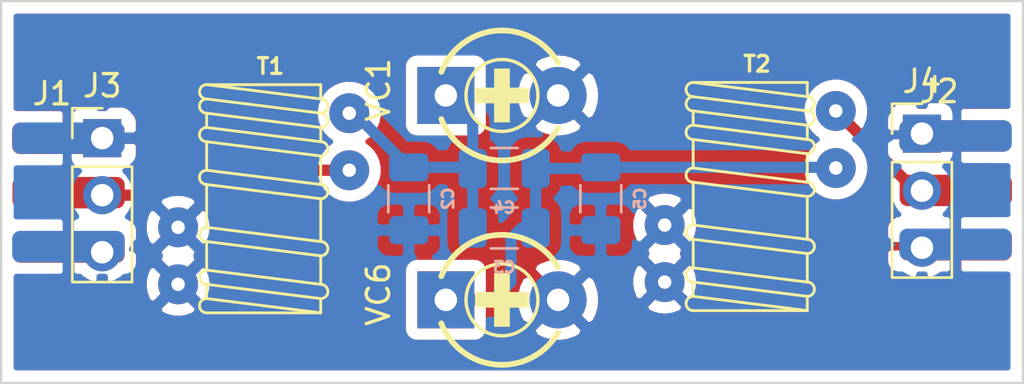
<source format=kicad_pcb>
(kicad_pcb (version 20171130) (host pcbnew 5.1.5+dfsg1-2build2)

  (general
    (thickness 1.6)
    (drawings 4)
    (tracks 23)
    (zones 0)
    (modules 12)
    (nets 6)
  )

  (page A4)
  (layers
    (0 F.Cu signal)
    (31 B.Cu signal)
    (32 B.Adhes user)
    (33 F.Adhes user)
    (34 B.Paste user)
    (35 F.Paste user)
    (36 B.SilkS user)
    (37 F.SilkS user)
    (38 B.Mask user)
    (39 F.Mask user)
    (40 Dwgs.User user)
    (41 Cmts.User user)
    (42 Eco1.User user)
    (43 Eco2.User user)
    (44 Edge.Cuts user)
    (45 Margin user)
    (46 B.CrtYd user)
    (47 F.CrtYd user)
    (48 B.Fab user)
    (49 F.Fab user)
  )

  (setup
    (last_trace_width 0.25)
    (user_trace_width 0.5)
    (user_trace_width 0.75)
    (trace_clearance 0.2)
    (zone_clearance 0.508)
    (zone_45_only no)
    (trace_min 0.2)
    (via_size 0.8)
    (via_drill 0.4)
    (via_min_size 0.4)
    (via_min_drill 0.3)
    (uvia_size 0.3)
    (uvia_drill 0.1)
    (uvias_allowed no)
    (uvia_min_size 0.2)
    (uvia_min_drill 0.1)
    (edge_width 0.05)
    (segment_width 0.2)
    (pcb_text_width 0.3)
    (pcb_text_size 1.5 1.5)
    (mod_edge_width 0.12)
    (mod_text_size 1 1)
    (mod_text_width 0.15)
    (pad_size 1.524 1.524)
    (pad_drill 0.762)
    (pad_to_mask_clearance 0.051)
    (solder_mask_min_width 0.25)
    (aux_axis_origin 0 0)
    (visible_elements FFFFFF7F)
    (pcbplotparams
      (layerselection 0x010fc_ffffffff)
      (usegerberextensions true)
      (usegerberattributes false)
      (usegerberadvancedattributes false)
      (creategerberjobfile false)
      (excludeedgelayer true)
      (linewidth 0.100000)
      (plotframeref false)
      (viasonmask false)
      (mode 1)
      (useauxorigin false)
      (hpglpennumber 1)
      (hpglpenspeed 20)
      (hpglpendiameter 15.000000)
      (psnegative false)
      (psa4output false)
      (plotreference true)
      (plotvalue false)
      (plotinvisibletext false)
      (padsonsilk false)
      (subtractmaskfromsilk true)
      (outputformat 1)
      (mirror false)
      (drillshape 0)
      (scaleselection 1)
      (outputdirectory "gerber/"))
  )

  (net 0 "")
  (net 1 "Net-(C2-Pad2)")
  (net 2 GND)
  (net 3 "Net-(C3-Pad2)")
  (net 4 Input)
  (net 5 Output)

  (net_class Default "This is the default net class."
    (clearance 0.2)
    (trace_width 0.25)
    (via_dia 0.8)
    (via_drill 0.4)
    (uvia_dia 0.3)
    (uvia_drill 0.1)
    (add_net GND)
    (add_net Input)
    (add_net "Net-(C2-Pad2)")
    (add_net "Net-(C3-Pad2)")
    (add_net Output)
  )

  (module Connector_PinHeader_2.54mm:PinHeader_1x03_P2.54mm_Vertical (layer F.Cu) (tedit 59FED5CC) (tstamp 639116E5)
    (at 145.5 94.9)
    (descr "Through hole straight pin header, 1x03, 2.54mm pitch, single row")
    (tags "Through hole pin header THT 1x03 2.54mm single row")
    (path /639440FF)
    (fp_text reference J4 (at 0 -2.33) (layer F.SilkS)
      (effects (font (size 1 1) (thickness 0.15)))
    )
    (fp_text value Conn_01x03_Female (at 0 7.41) (layer F.Fab) hide
      (effects (font (size 1 1) (thickness 0.15)))
    )
    (fp_text user %R (at 0 2.54 90) (layer F.Fab)
      (effects (font (size 1 1) (thickness 0.15)))
    )
    (fp_line (start 1.8 -1.8) (end -1.8 -1.8) (layer F.CrtYd) (width 0.05))
    (fp_line (start 1.8 6.85) (end 1.8 -1.8) (layer F.CrtYd) (width 0.05))
    (fp_line (start -1.8 6.85) (end 1.8 6.85) (layer F.CrtYd) (width 0.05))
    (fp_line (start -1.8 -1.8) (end -1.8 6.85) (layer F.CrtYd) (width 0.05))
    (fp_line (start -1.33 -1.33) (end 0 -1.33) (layer F.SilkS) (width 0.12))
    (fp_line (start -1.33 0) (end -1.33 -1.33) (layer F.SilkS) (width 0.12))
    (fp_line (start -1.33 1.27) (end 1.33 1.27) (layer F.SilkS) (width 0.12))
    (fp_line (start 1.33 1.27) (end 1.33 6.41) (layer F.SilkS) (width 0.12))
    (fp_line (start -1.33 1.27) (end -1.33 6.41) (layer F.SilkS) (width 0.12))
    (fp_line (start -1.33 6.41) (end 1.33 6.41) (layer F.SilkS) (width 0.12))
    (fp_line (start -1.27 -0.635) (end -0.635 -1.27) (layer F.Fab) (width 0.1))
    (fp_line (start -1.27 6.35) (end -1.27 -0.635) (layer F.Fab) (width 0.1))
    (fp_line (start 1.27 6.35) (end -1.27 6.35) (layer F.Fab) (width 0.1))
    (fp_line (start 1.27 -1.27) (end 1.27 6.35) (layer F.Fab) (width 0.1))
    (fp_line (start -0.635 -1.27) (end 1.27 -1.27) (layer F.Fab) (width 0.1))
    (pad 3 thru_hole oval (at 0 5.08) (size 1.7 1.7) (drill 1) (layers *.Cu *.Mask)
      (net 2 GND))
    (pad 2 thru_hole oval (at 0 2.54) (size 1.7 1.7) (drill 1) (layers *.Cu *.Mask)
      (net 5 Output))
    (pad 1 thru_hole rect (at 0 0) (size 1.7 1.7) (drill 1) (layers *.Cu *.Mask)
      (net 2 GND))
    (model ${KISYS3DMOD}/Connector_PinHeader_2.54mm.3dshapes/PinHeader_1x03_P2.54mm_Vertical.wrl
      (at (xyz 0 0 0))
      (scale (xyz 1 1 1))
      (rotate (xyz 0 0 0))
    )
  )

  (module Xenir:PCB-SMA-EDGE (layer F.Cu) (tedit 6390BCD2) (tstamp 63912825)
    (at 147.01524 92.2695)
    (path /6393CE58)
    (fp_text reference J2 (at -0.75 0.75) (layer F.SilkS)
      (effects (font (size 1 1) (thickness 0.15)))
    )
    (fp_text value PCB_SMA_EDGE (at -4.65836 5.10032 90) (layer F.Fab) hide
      (effects (font (size 1 1) (thickness 0.15)))
    )
    (fp_text user %R (at -0.75 -0.5) (layer F.Fab)
      (effects (font (size 0.98 0.98) (thickness 0.15)))
    )
    (fp_line (start -3 1.5) (end -3 8.75) (layer F.CrtYd) (width 0.05))
    (fp_line (start 2.77114 8.75) (end -3 8.75) (layer F.CrtYd) (width 0.05))
    (fp_line (start 2.7686 1.5) (end -3 1.5) (layer F.CrtYd) (width 0.05))
    (fp_line (start 2.7686 1.5) (end 2.77114 8.75) (layer F.CrtYd) (width 0.05))
    (pad 2 smd roundrect (at -0.02286 7.55904) (size 5 1.4) (layers B.Cu F.Paste F.Mask) (roundrect_rratio 0.25)
      (net 2 GND))
    (pad 2 smd roundrect (at -0.01524 2.7305) (size 5 1.4) (layers B.Cu F.Paste F.Mask) (roundrect_rratio 0.25)
      (net 2 GND))
    (pad 2 smd roundrect (at -0.01016 7.57936) (size 5 1.4) (layers F.Cu F.Paste F.Mask) (roundrect_rratio 0.25)
      (net 2 GND))
    (pad 2 smd roundrect (at -0.02794 2.73812) (size 5 1.4) (layers F.Cu F.Paste F.Mask) (roundrect_rratio 0.25)
      (net 2 GND))
    (pad 1 smd roundrect (at -0.01016 5.15874) (size 5 1.4) (layers F.Cu F.Paste F.Mask) (roundrect_rratio 0.25)
      (net 5 Output))
  )

  (module Xenir:PCB-SMA-EDGE (layer F.Cu) (tedit 6390BCD2) (tstamp 63912817)
    (at 107.51524 92.3695)
    (path /6393BB21)
    (fp_text reference J1 (at -0.75 0.75) (layer F.SilkS)
      (effects (font (size 1 1) (thickness 0.15)))
    )
    (fp_text value PCB_SMA_EDGE (at -4.65836 5.10032 90) (layer F.Fab) hide
      (effects (font (size 1 1) (thickness 0.15)))
    )
    (fp_text user %R (at -0.75 -0.5) (layer F.Fab)
      (effects (font (size 0.98 0.98) (thickness 0.15)))
    )
    (fp_line (start -3 1.5) (end -3 8.75) (layer F.CrtYd) (width 0.05))
    (fp_line (start 2.77114 8.75) (end -3 8.75) (layer F.CrtYd) (width 0.05))
    (fp_line (start 2.7686 1.5) (end -3 1.5) (layer F.CrtYd) (width 0.05))
    (fp_line (start 2.7686 1.5) (end 2.77114 8.75) (layer F.CrtYd) (width 0.05))
    (pad 2 smd roundrect (at -0.02286 7.55904) (size 5 1.4) (layers B.Cu F.Paste F.Mask) (roundrect_rratio 0.25)
      (net 2 GND))
    (pad 2 smd roundrect (at -0.01524 2.7305) (size 5 1.4) (layers B.Cu F.Paste F.Mask) (roundrect_rratio 0.25)
      (net 2 GND))
    (pad 2 smd roundrect (at -0.01016 7.57936) (size 5 1.4) (layers F.Cu F.Paste F.Mask) (roundrect_rratio 0.25)
      (net 2 GND))
    (pad 2 smd roundrect (at -0.02794 2.73812) (size 5 1.4) (layers F.Cu F.Paste F.Mask) (roundrect_rratio 0.25)
      (net 2 GND))
    (pad 1 smd roundrect (at -0.01016 5.15874) (size 5 1.4) (layers F.Cu F.Paste F.Mask) (roundrect_rratio 0.25)
      (net 4 Input))
  )

  (module Connector_PinHeader_2.54mm:PinHeader_1x03_P2.54mm_Vertical (layer F.Cu) (tedit 59FED5CC) (tstamp 639116CE)
    (at 109 95.1)
    (descr "Through hole straight pin header, 1x03, 2.54mm pitch, single row")
    (tags "Through hole pin header THT 1x03 2.54mm single row")
    (path /63942654)
    (fp_text reference J3 (at 0 -2.33) (layer F.SilkS)
      (effects (font (size 1 1) (thickness 0.15)))
    )
    (fp_text value Conn_01x03_Female (at 0 7.41) (layer F.Fab) hide
      (effects (font (size 1 1) (thickness 0.15)))
    )
    (fp_text user %R (at 0 2.54 90) (layer F.Fab)
      (effects (font (size 1 1) (thickness 0.15)))
    )
    (fp_line (start 1.8 -1.8) (end -1.8 -1.8) (layer F.CrtYd) (width 0.05))
    (fp_line (start 1.8 6.85) (end 1.8 -1.8) (layer F.CrtYd) (width 0.05))
    (fp_line (start -1.8 6.85) (end 1.8 6.85) (layer F.CrtYd) (width 0.05))
    (fp_line (start -1.8 -1.8) (end -1.8 6.85) (layer F.CrtYd) (width 0.05))
    (fp_line (start -1.33 -1.33) (end 0 -1.33) (layer F.SilkS) (width 0.12))
    (fp_line (start -1.33 0) (end -1.33 -1.33) (layer F.SilkS) (width 0.12))
    (fp_line (start -1.33 1.27) (end 1.33 1.27) (layer F.SilkS) (width 0.12))
    (fp_line (start 1.33 1.27) (end 1.33 6.41) (layer F.SilkS) (width 0.12))
    (fp_line (start -1.33 1.27) (end -1.33 6.41) (layer F.SilkS) (width 0.12))
    (fp_line (start -1.33 6.41) (end 1.33 6.41) (layer F.SilkS) (width 0.12))
    (fp_line (start -1.27 -0.635) (end -0.635 -1.27) (layer F.Fab) (width 0.1))
    (fp_line (start -1.27 6.35) (end -1.27 -0.635) (layer F.Fab) (width 0.1))
    (fp_line (start 1.27 6.35) (end -1.27 6.35) (layer F.Fab) (width 0.1))
    (fp_line (start 1.27 -1.27) (end 1.27 6.35) (layer F.Fab) (width 0.1))
    (fp_line (start -0.635 -1.27) (end 1.27 -1.27) (layer F.Fab) (width 0.1))
    (pad 3 thru_hole oval (at 0 5.08) (size 1.7 1.7) (drill 1) (layers *.Cu *.Mask)
      (net 2 GND))
    (pad 2 thru_hole oval (at 0 2.54) (size 1.7 1.7) (drill 1) (layers *.Cu *.Mask)
      (net 4 Input))
    (pad 1 thru_hole rect (at 0 0) (size 1.7 1.7) (drill 1) (layers *.Cu *.Mask)
      (net 2 GND))
    (model ${KISYS3DMOD}/Connector_PinHeader_2.54mm.3dshapes/PinHeader_1x03_P2.54mm_Vertical.wrl
      (at (xyz 0 0 0))
      (scale (xyz 1 1 1))
      (rotate (xyz 0 0 0))
    )
  )

  (module Xenir:trimcap (layer F.Cu) (tedit 5E9CBB72) (tstamp 63910CF4)
    (at 120.3 102.3 90)
    (path /5E9E8F97)
    (fp_text reference VC6 (at 0.25 1 90) (layer F.SilkS)
      (effects (font (size 1 1) (thickness 0.15)))
    )
    (fp_text value 40pF (at 0 -0.5 90) (layer F.Fab)
      (effects (font (size 1 1) (thickness 0.15)))
    )
    (fp_arc (start 0 6.5) (end -1.05 3.8) (angle 42.501011) (layer F.Fab) (width 0.254))
    (fp_poly (pts (xy -1.2 6.85) (xy 1.2 6.85) (xy 1.2 6.15) (xy -1.2 6.15)) (layer F.SilkS) (width 0))
    (fp_arc (start 0 6.496154) (end -1.45 9) (angle 128.646369) (layer F.SilkS) (width 0.254))
    (fp_line (start 1.45 9) (end -1.45 9) (layer F.Fab) (width 0.254))
    (fp_arc (start 0 6.496154) (end 1.05 3.8) (angle 128.646369) (layer F.SilkS) (width 0.254))
    (fp_circle (center 0 6.5) (end 1.6 6.5) (layer F.SilkS) (width 0.1524))
    (fp_poly (pts (xy -0.35 7.7) (xy 0.35 7.7) (xy 0.35 5.3) (xy -0.35 5.3)) (layer F.SilkS) (width 0))
    (pad 1 thru_hole rect (at 0 4 90) (size 2.54 2.54) (drill 1) (layers *.Cu *.Mask)
      (net 3 "Net-(C3-Pad2)") (solder_mask_margin 0.1016))
    (pad 2 thru_hole circle (at 0 9 90) (size 2.54 2.54) (drill 1) (layers *.Cu *.Mask)
      (net 2 GND) (solder_mask_margin 0.1016))
  )

  (module Xenir:trimcap (layer F.Cu) (tedit 5E9CBB72) (tstamp 63910CE7)
    (at 120.3 93.2 90)
    (path /5E9DC9D6)
    (fp_text reference VC1 (at 0.25 1 90) (layer F.SilkS)
      (effects (font (size 1 1) (thickness 0.15)))
    )
    (fp_text value 40pF (at 0 -0.5 90) (layer F.Fab)
      (effects (font (size 1 1) (thickness 0.15)))
    )
    (fp_arc (start 0 6.5) (end -1.05 3.8) (angle 42.501011) (layer F.Fab) (width 0.254))
    (fp_poly (pts (xy -1.2 6.85) (xy 1.2 6.85) (xy 1.2 6.15) (xy -1.2 6.15)) (layer F.SilkS) (width 0))
    (fp_arc (start 0 6.496154) (end -1.45 9) (angle 128.646369) (layer F.SilkS) (width 0.254))
    (fp_line (start 1.45 9) (end -1.45 9) (layer F.Fab) (width 0.254))
    (fp_arc (start 0 6.496154) (end 1.05 3.8) (angle 128.646369) (layer F.SilkS) (width 0.254))
    (fp_circle (center 0 6.5) (end 1.6 6.5) (layer F.SilkS) (width 0.1524))
    (fp_poly (pts (xy -0.35 7.7) (xy 0.35 7.7) (xy 0.35 5.3) (xy -0.35 5.3)) (layer F.SilkS) (width 0))
    (pad 1 thru_hole rect (at 0 4 90) (size 2.54 2.54) (drill 1) (layers *.Cu *.Mask)
      (net 1 "Net-(C2-Pad2)") (solder_mask_margin 0.1016))
    (pad 2 thru_hole circle (at 0 9 90) (size 2.54 2.54) (drill 1) (layers *.Cu *.Mask)
      (net 2 GND) (solder_mask_margin 0.1016))
  )

  (module "Xenir:T37 Transformer" (layer F.Cu) (tedit 5EBB1CE0) (tstamp 63910CDA)
    (at 137.853999 90.7)
    (path /5E9E9ADC)
    (fp_text reference T2 (at 0.3 1.1) (layer F.SilkS)
      (effects (font (size 0.7 0.7) (thickness 0.15)))
    )
    (fp_text value 31:6 (at 0 -0.1) (layer F.Fab)
      (effects (font (size 0.7 0.7) (thickness 0.15)))
    )
    (fp_arc (start 2.54 6.6825) (end 2.54 6.365) (angle 180) (layer F.SilkS) (width 0.127))
    (fp_line (start 2.54 2.555) (end 2.54 1.92) (layer F.SilkS) (width 0.127))
    (fp_arc (start -2.54 6.0475) (end -2.54 6.365) (angle 180) (layer F.SilkS) (width 0.127))
    (fp_arc (start 2.54 3.5075) (end 2.54 3.19) (angle 180) (layer F.SilkS) (width 0.127))
    (fp_arc (start 2.54 9.2225) (end 2.54 8.905) (angle 180) (layer F.SilkS) (width 0.127))
    (fp_line (start -2.54 4.46) (end -2.54 5.73) (layer F.SilkS) (width 0.127))
    (fp_line (start -2.54 8.905) (end -2.54 10.175) (layer F.SilkS) (width 0.127))
    (fp_line (start -2.54 12.08) (end 2.54 12.08) (layer F.SilkS) (width 0.127))
    (fp_arc (start 2.54 11.1275) (end 2.54 10.81) (angle 180) (layer F.SilkS) (width 0.127))
    (fp_arc (start -2.54 11.7625) (end -2.54 12.08) (angle 180) (layer F.SilkS) (width 0.127))
    (fp_line (start 2.54 6.365) (end 2.54 5.095) (layer F.SilkS) (width 0.127))
    (fp_arc (start -2.54 2.2375) (end -2.54 2.555) (angle 180) (layer F.SilkS) (width 0.127))
    (fp_line (start -2.54 1.92) (end 2.54 2.555) (layer F.SilkS) (width 0.127))
    (fp_line (start -2.54 6.365) (end -2.54 8.27) (layer F.SilkS) (width 0.127))
    (fp_arc (start -2.54 2.8725) (end -2.54 3.19) (angle 180) (layer F.SilkS) (width 0.127))
    (fp_line (start 2.54 12.08) (end 2.54 11.445) (layer F.SilkS) (width 0.127))
    (fp_line (start 2.54 4.46) (end 2.54 3.825) (layer F.SilkS) (width 0.127))
    (fp_arc (start 2.54 2.8725) (end 2.54 2.555) (angle 180) (layer F.SilkS) (width 0.127))
    (fp_line (start 2.54 1.92) (end -2.54 1.92) (layer F.SilkS) (width 0.127))
    (fp_line (start -2.54 3.19) (end -2.54 3.825) (layer F.SilkS) (width 0.127))
    (fp_line (start -2.54 10.81) (end -2.54 11.445) (layer F.SilkS) (width 0.127))
    (fp_line (start 2.54 10.81) (end 2.54 9.54) (layer F.SilkS) (width 0.127))
    (fp_line (start 2.54 8.905) (end 2.54 7) (layer F.SilkS) (width 0.127))
    (fp_arc (start -2.54 4.1425) (end -2.54 4.46) (angle 180) (layer F.SilkS) (width 0.127))
    (fp_arc (start -2.54 8.5875) (end -2.54 8.905) (angle 180) (layer F.SilkS) (width 0.127))
    (fp_arc (start -2.54 10.4925) (end -2.54 10.81) (angle 180) (layer F.SilkS) (width 0.127))
    (fp_arc (start 2.54 4.7775) (end 2.54 4.46) (angle 180) (layer F.SilkS) (width 0.127))
    (fp_line (start -2.54 8.905) (end 2.54 9.54) (layer F.SilkS) (width 0.127))
    (fp_circle (center 4.9213 4.6188) (end 5.1457 4.6188) (layer F.Fab) (width 0.4064))
    (fp_line (start -2.54 3.19) (end 2.54 3.825) (layer F.SilkS) (width 0.127))
    (fp_line (start -2.54 11.445) (end 2.54 12.08) (layer F.SilkS) (width 0.127))
    (fp_line (start -2.54 5.73) (end 2.54 6.365) (layer F.SilkS) (width 0.127))
    (fp_line (start -2.54 6.365) (end 2.54 7) (layer F.SilkS) (width 0.127))
    (fp_line (start -2.54 2.555) (end 2.54 3.19) (layer F.SilkS) (width 0.127))
    (fp_line (start -2.54 8.27) (end 2.54 8.905) (layer F.SilkS) (width 0.127))
    (fp_line (start -2.54 10.175) (end 2.54 10.81) (layer F.SilkS) (width 0.127))
    (fp_line (start -2.54 4.46) (end 2.54 5.095) (layer F.SilkS) (width 0.127))
    (fp_line (start -2.54 10.81) (end 2.54 11.445) (layer F.SilkS) (width 0.127))
    (fp_line (start -2.54 3.825) (end 2.54 4.46) (layer F.SilkS) (width 0.127))
    (fp_circle (center 4.7625 1.92) (end 4.9869 1.92) (layer F.Fab) (width 0.4064))
    (pad C1B thru_hole circle (at 3.81 5.73) (size 1.778 1.778) (drill 0.6) (layers *.Cu *.Mask)
      (net 3 "Net-(C3-Pad2)") (solder_mask_margin 0.1016))
    (pad C1A thru_hole circle (at -3.81 10.81) (size 1.778 1.778) (drill 0.6) (layers *.Cu *.Mask)
      (net 2 GND) (solder_mask_margin 0.1016))
    (pad C2B thru_hole circle (at 3.81 3.19) (size 1.778 1.778) (drill 0.6) (layers *.Cu *.Mask)
      (net 5 Output) (solder_mask_margin 0.1016))
    (pad C2A thru_hole circle (at -3.81 8.27) (size 1.778 1.778) (drill 0.6) (layers *.Cu *.Mask)
      (net 2 GND) (solder_mask_margin 0.1016))
  )

  (module "Xenir:T37 Transformer" (layer F.Cu) (tedit 5EBB1CE0) (tstamp 63910CAA)
    (at 116.19 90.8)
    (path /5E9D7159)
    (fp_text reference T1 (at 0.3 1.1) (layer F.SilkS)
      (effects (font (size 0.7 0.7) (thickness 0.15)))
    )
    (fp_text value 6:31 (at 0 -0.1) (layer F.Fab)
      (effects (font (size 0.7 0.7) (thickness 0.15)))
    )
    (fp_arc (start 2.54 6.6825) (end 2.54 6.365) (angle 180) (layer F.SilkS) (width 0.127))
    (fp_line (start 2.54 2.555) (end 2.54 1.92) (layer F.SilkS) (width 0.127))
    (fp_arc (start -2.54 6.0475) (end -2.54 6.365) (angle 180) (layer F.SilkS) (width 0.127))
    (fp_arc (start 2.54 3.5075) (end 2.54 3.19) (angle 180) (layer F.SilkS) (width 0.127))
    (fp_arc (start 2.54 9.2225) (end 2.54 8.905) (angle 180) (layer F.SilkS) (width 0.127))
    (fp_line (start -2.54 4.46) (end -2.54 5.73) (layer F.SilkS) (width 0.127))
    (fp_line (start -2.54 8.905) (end -2.54 10.175) (layer F.SilkS) (width 0.127))
    (fp_line (start -2.54 12.08) (end 2.54 12.08) (layer F.SilkS) (width 0.127))
    (fp_arc (start 2.54 11.1275) (end 2.54 10.81) (angle 180) (layer F.SilkS) (width 0.127))
    (fp_arc (start -2.54 11.7625) (end -2.54 12.08) (angle 180) (layer F.SilkS) (width 0.127))
    (fp_line (start 2.54 6.365) (end 2.54 5.095) (layer F.SilkS) (width 0.127))
    (fp_arc (start -2.54 2.2375) (end -2.54 2.555) (angle 180) (layer F.SilkS) (width 0.127))
    (fp_line (start -2.54 1.92) (end 2.54 2.555) (layer F.SilkS) (width 0.127))
    (fp_line (start -2.54 6.365) (end -2.54 8.27) (layer F.SilkS) (width 0.127))
    (fp_arc (start -2.54 2.8725) (end -2.54 3.19) (angle 180) (layer F.SilkS) (width 0.127))
    (fp_line (start 2.54 12.08) (end 2.54 11.445) (layer F.SilkS) (width 0.127))
    (fp_line (start 2.54 4.46) (end 2.54 3.825) (layer F.SilkS) (width 0.127))
    (fp_arc (start 2.54 2.8725) (end 2.54 2.555) (angle 180) (layer F.SilkS) (width 0.127))
    (fp_line (start 2.54 1.92) (end -2.54 1.92) (layer F.SilkS) (width 0.127))
    (fp_line (start -2.54 3.19) (end -2.54 3.825) (layer F.SilkS) (width 0.127))
    (fp_line (start -2.54 10.81) (end -2.54 11.445) (layer F.SilkS) (width 0.127))
    (fp_line (start 2.54 10.81) (end 2.54 9.54) (layer F.SilkS) (width 0.127))
    (fp_line (start 2.54 8.905) (end 2.54 7) (layer F.SilkS) (width 0.127))
    (fp_arc (start -2.54 4.1425) (end -2.54 4.46) (angle 180) (layer F.SilkS) (width 0.127))
    (fp_arc (start -2.54 8.5875) (end -2.54 8.905) (angle 180) (layer F.SilkS) (width 0.127))
    (fp_arc (start -2.54 10.4925) (end -2.54 10.81) (angle 180) (layer F.SilkS) (width 0.127))
    (fp_arc (start 2.54 4.7775) (end 2.54 4.46) (angle 180) (layer F.SilkS) (width 0.127))
    (fp_line (start -2.54 8.905) (end 2.54 9.54) (layer F.SilkS) (width 0.127))
    (fp_circle (center 4.9213 4.6188) (end 5.1457 4.6188) (layer F.Fab) (width 0.4064))
    (fp_line (start -2.54 3.19) (end 2.54 3.825) (layer F.SilkS) (width 0.127))
    (fp_line (start -2.54 11.445) (end 2.54 12.08) (layer F.SilkS) (width 0.127))
    (fp_line (start -2.54 5.73) (end 2.54 6.365) (layer F.SilkS) (width 0.127))
    (fp_line (start -2.54 6.365) (end 2.54 7) (layer F.SilkS) (width 0.127))
    (fp_line (start -2.54 2.555) (end 2.54 3.19) (layer F.SilkS) (width 0.127))
    (fp_line (start -2.54 8.27) (end 2.54 8.905) (layer F.SilkS) (width 0.127))
    (fp_line (start -2.54 10.175) (end 2.54 10.81) (layer F.SilkS) (width 0.127))
    (fp_line (start -2.54 4.46) (end 2.54 5.095) (layer F.SilkS) (width 0.127))
    (fp_line (start -2.54 10.81) (end 2.54 11.445) (layer F.SilkS) (width 0.127))
    (fp_line (start -2.54 3.825) (end 2.54 4.46) (layer F.SilkS) (width 0.127))
    (fp_circle (center 4.7625 1.92) (end 4.9869 1.92) (layer F.Fab) (width 0.4064))
    (pad C1B thru_hole circle (at 3.81 5.73) (size 1.778 1.778) (drill 0.6) (layers *.Cu *.Mask)
      (net 4 Input) (solder_mask_margin 0.1016))
    (pad C1A thru_hole circle (at -3.81 10.81) (size 1.778 1.778) (drill 0.6) (layers *.Cu *.Mask)
      (net 2 GND) (solder_mask_margin 0.1016))
    (pad C2B thru_hole circle (at 3.81 3.19) (size 1.778 1.778) (drill 0.6) (layers *.Cu *.Mask)
      (net 1 "Net-(C2-Pad2)") (solder_mask_margin 0.1016))
    (pad C2A thru_hole circle (at -3.81 8.27) (size 1.778 1.778) (drill 0.6) (layers *.Cu *.Mask)
      (net 2 GND) (solder_mask_margin 0.1016))
  )

  (module "Xenir:Capacitor 1206" (layer B.Cu) (tedit 5EAEEA25) (tstamp 63910C5D)
    (at 133.45 97.8 90)
    (path /5E9E7736)
    (fp_text reference C5 (at 0 -0.5 90) (layer B.SilkS)
      (effects (font (size 0.5 0.5) (thickness 0.125)) (justify mirror))
    )
    (fp_text value 150pF (at 0.5 -4 90) (layer B.Fab)
      (effects (font (size 0.5 0.5) (thickness 0.125)) (justify mirror))
    )
    (fp_text user %R (at 0 -2.25 90) (layer B.Fab)
      (effects (font (size 0.8 0.8) (thickness 0.12)) (justify mirror))
    )
    (fp_line (start -1.6 -3.05) (end -1.6 -1.45) (layer B.Fab) (width 0.1))
    (fp_line (start 2.28 -1.13) (end 2.28 -3.37) (layer B.CrtYd) (width 0.05))
    (fp_line (start -1.6 -1.45) (end 1.6 -1.45) (layer B.Fab) (width 0.1))
    (fp_line (start -2.28 -3.37) (end -2.28 -1.13) (layer B.CrtYd) (width 0.05))
    (fp_line (start -0.602064 -1.34) (end 0.602064 -1.34) (layer B.SilkS) (width 0.12))
    (fp_line (start -0.602064 -3.16) (end 0.602064 -3.16) (layer B.SilkS) (width 0.12))
    (fp_line (start -2.28 -1.13) (end 2.28 -1.13) (layer B.CrtYd) (width 0.05))
    (fp_line (start 2.28 -3.37) (end -2.28 -3.37) (layer B.CrtYd) (width 0.05))
    (fp_line (start 1.6 -3.05) (end -1.6 -3.05) (layer B.Fab) (width 0.1))
    (fp_line (start 1.6 -1.45) (end 1.6 -3.05) (layer B.Fab) (width 0.1))
    (pad 2 smd roundrect (at 1.4 -2.25 90) (size 1.25 1.75) (layers B.Cu B.Paste B.Mask) (roundrect_rratio 0.2)
      (net 3 "Net-(C3-Pad2)"))
    (pad 1 smd roundrect (at -1.4 -2.25 90) (size 1.25 1.75) (layers B.Cu B.Paste B.Mask) (roundrect_rratio 0.2)
      (net 2 GND))
  )

  (module "Xenir:Capacitor 1206" (layer B.Cu) (tedit 5EAEEA25) (tstamp 63910C4C)
    (at 126.9 98.7)
    (path /5E9E81AF)
    (fp_text reference C4 (at 0 -0.5) (layer B.SilkS)
      (effects (font (size 0.5 0.5) (thickness 0.125)) (justify mirror))
    )
    (fp_text value 10pF (at 0.5 -4) (layer B.Fab)
      (effects (font (size 0.5 0.5) (thickness 0.125)) (justify mirror))
    )
    (fp_text user %R (at 0 -2.25) (layer B.Fab)
      (effects (font (size 0.8 0.8) (thickness 0.12)) (justify mirror))
    )
    (fp_line (start -1.6 -3.05) (end -1.6 -1.45) (layer B.Fab) (width 0.1))
    (fp_line (start 2.28 -1.13) (end 2.28 -3.37) (layer B.CrtYd) (width 0.05))
    (fp_line (start -1.6 -1.45) (end 1.6 -1.45) (layer B.Fab) (width 0.1))
    (fp_line (start -2.28 -3.37) (end -2.28 -1.13) (layer B.CrtYd) (width 0.05))
    (fp_line (start -0.602064 -1.34) (end 0.602064 -1.34) (layer B.SilkS) (width 0.12))
    (fp_line (start -0.602064 -3.16) (end 0.602064 -3.16) (layer B.SilkS) (width 0.12))
    (fp_line (start -2.28 -1.13) (end 2.28 -1.13) (layer B.CrtYd) (width 0.05))
    (fp_line (start 2.28 -3.37) (end -2.28 -3.37) (layer B.CrtYd) (width 0.05))
    (fp_line (start 1.6 -3.05) (end -1.6 -3.05) (layer B.Fab) (width 0.1))
    (fp_line (start 1.6 -1.45) (end 1.6 -3.05) (layer B.Fab) (width 0.1))
    (pad 2 smd roundrect (at 1.4 -2.25) (size 1.25 1.75) (layers B.Cu B.Paste B.Mask) (roundrect_rratio 0.2)
      (net 3 "Net-(C3-Pad2)"))
    (pad 1 smd roundrect (at -1.4 -2.25) (size 1.25 1.75) (layers B.Cu B.Paste B.Mask) (roundrect_rratio 0.2)
      (net 1 "Net-(C2-Pad2)"))
  )

  (module "Xenir:Capacitor 1206" (layer B.Cu) (tedit 5EAEEA25) (tstamp 63910C3B)
    (at 126.9 101.35)
    (path /5E9E8D24)
    (fp_text reference C3 (at 0 -0.5) (layer B.SilkS)
      (effects (font (size 0.5 0.5) (thickness 0.125)) (justify mirror))
    )
    (fp_text value 5pF (at 0.5 -4) (layer B.Fab)
      (effects (font (size 0.5 0.5) (thickness 0.125)) (justify mirror))
    )
    (fp_text user %R (at 0 -2.25) (layer B.Fab)
      (effects (font (size 0.8 0.8) (thickness 0.12)) (justify mirror))
    )
    (fp_line (start -1.6 -3.05) (end -1.6 -1.45) (layer B.Fab) (width 0.1))
    (fp_line (start 2.28 -1.13) (end 2.28 -3.37) (layer B.CrtYd) (width 0.05))
    (fp_line (start -1.6 -1.45) (end 1.6 -1.45) (layer B.Fab) (width 0.1))
    (fp_line (start -2.28 -3.37) (end -2.28 -1.13) (layer B.CrtYd) (width 0.05))
    (fp_line (start -0.602064 -1.34) (end 0.602064 -1.34) (layer B.SilkS) (width 0.12))
    (fp_line (start -0.602064 -3.16) (end 0.602064 -3.16) (layer B.SilkS) (width 0.12))
    (fp_line (start -2.28 -1.13) (end 2.28 -1.13) (layer B.CrtYd) (width 0.05))
    (fp_line (start 2.28 -3.37) (end -2.28 -3.37) (layer B.CrtYd) (width 0.05))
    (fp_line (start 1.6 -3.05) (end -1.6 -3.05) (layer B.Fab) (width 0.1))
    (fp_line (start 1.6 -1.45) (end 1.6 -3.05) (layer B.Fab) (width 0.1))
    (pad 2 smd roundrect (at 1.4 -2.25) (size 1.25 1.75) (layers B.Cu B.Paste B.Mask) (roundrect_rratio 0.2)
      (net 3 "Net-(C3-Pad2)"))
    (pad 1 smd roundrect (at -1.4 -2.25) (size 1.25 1.75) (layers B.Cu B.Paste B.Mask) (roundrect_rratio 0.2)
      (net 1 "Net-(C2-Pad2)"))
  )

  (module "Xenir:Capacitor 1206" (layer B.Cu) (tedit 5EAEEA25) (tstamp 63910C2A)
    (at 124.9 97.8 90)
    (path /5E9E667F)
    (fp_text reference C2 (at 0 -0.5 90) (layer B.SilkS)
      (effects (font (size 0.5 0.5) (thickness 0.125)) (justify mirror))
    )
    (fp_text value 150pF (at 0.5 -4 90) (layer B.Fab)
      (effects (font (size 0.5 0.5) (thickness 0.125)) (justify mirror))
    )
    (fp_text user %R (at 0 -2.25 90) (layer B.Fab)
      (effects (font (size 0.8 0.8) (thickness 0.12)) (justify mirror))
    )
    (fp_line (start -1.6 -3.05) (end -1.6 -1.45) (layer B.Fab) (width 0.1))
    (fp_line (start 2.28 -1.13) (end 2.28 -3.37) (layer B.CrtYd) (width 0.05))
    (fp_line (start -1.6 -1.45) (end 1.6 -1.45) (layer B.Fab) (width 0.1))
    (fp_line (start -2.28 -3.37) (end -2.28 -1.13) (layer B.CrtYd) (width 0.05))
    (fp_line (start -0.602064 -1.34) (end 0.602064 -1.34) (layer B.SilkS) (width 0.12))
    (fp_line (start -0.602064 -3.16) (end 0.602064 -3.16) (layer B.SilkS) (width 0.12))
    (fp_line (start -2.28 -1.13) (end 2.28 -1.13) (layer B.CrtYd) (width 0.05))
    (fp_line (start 2.28 -3.37) (end -2.28 -3.37) (layer B.CrtYd) (width 0.05))
    (fp_line (start 1.6 -3.05) (end -1.6 -3.05) (layer B.Fab) (width 0.1))
    (fp_line (start 1.6 -1.45) (end 1.6 -3.05) (layer B.Fab) (width 0.1))
    (pad 2 smd roundrect (at 1.4 -2.25 90) (size 1.25 1.75) (layers B.Cu B.Paste B.Mask) (roundrect_rratio 0.2)
      (net 1 "Net-(C2-Pad2)"))
    (pad 1 smd roundrect (at -1.4 -2.25 90) (size 1.25 1.75) (layers B.Cu B.Paste B.Mask) (roundrect_rratio 0.2)
      (net 2 GND))
  )

  (gr_line (start 150 89) (end 150 106) (layer Edge.Cuts) (width 0.1))
  (gr_line (start 104.5 89) (end 150 89) (layer Edge.Cuts) (width 0.1))
  (gr_line (start 104.5 106) (end 104.5 89) (layer Edge.Cuts) (width 0.1))
  (gr_line (start 150 106) (end 104.5 106) (layer Edge.Cuts) (width 0.1))

  (segment (start 125.45 96.4) (end 125.5 96.45) (width 0.5) (layer B.Cu) (net 1))
  (segment (start 122.65 96.4) (end 125.45 96.4) (width 0.5) (layer B.Cu) (net 1))
  (segment (start 125.5 94.4) (end 124.3 93.2) (width 0.5) (layer B.Cu) (net 1))
  (segment (start 125.5 96.45) (end 125.5 94.4) (width 0.5) (layer B.Cu) (net 1))
  (segment (start 125.5 96.45) (end 125.5 99.1) (width 0.5) (layer B.Cu) (net 1))
  (segment (start 120.24 93.99) (end 122.65 96.4) (width 0.5) (layer B.Cu) (net 1))
  (segment (start 120 93.99) (end 120.24 93.99) (width 0.5) (layer B.Cu) (net 1))
  (segment (start 127.675 99.1) (end 127.2 99.575) (width 0.5) (layer B.Cu) (net 3))
  (segment (start 128.3 99.1) (end 127.675 99.1) (width 0.5) (layer B.Cu) (net 3))
  (segment (start 127.2 99.575) (end 127.2 101.5) (width 0.5) (layer B.Cu) (net 3))
  (segment (start 126.4 102.3) (end 124.3 102.3) (width 0.5) (layer B.Cu) (net 3))
  (segment (start 127.2 101.5) (end 126.4 102.3) (width 0.5) (layer B.Cu) (net 3))
  (segment (start 131.15 96.45) (end 131.2 96.4) (width 0.5) (layer B.Cu) (net 3))
  (segment (start 128.3 96.45) (end 131.15 96.45) (width 0.5) (layer B.Cu) (net 3))
  (segment (start 128.3 99.1) (end 128.3 96.45) (width 0.5) (layer B.Cu) (net 3))
  (segment (start 141.533999 96.3) (end 141.663999 96.43) (width 0.5) (layer B.Cu) (net 3))
  (segment (start 141.633999 96.4) (end 141.663999 96.43) (width 0.5) (layer B.Cu) (net 3))
  (segment (start 131.2 96.4) (end 141.633999 96.4) (width 0.5) (layer B.Cu) (net 3))
  (segment (start 109 97.64) (end 110.86 97.64) (width 0.5) (layer F.Cu) (net 4))
  (segment (start 111.97 96.53) (end 120 96.53) (width 0.5) (layer F.Cu) (net 4))
  (segment (start 110.86 97.64) (end 111.97 96.53) (width 0.5) (layer F.Cu) (net 4))
  (segment (start 145.213999 97.44) (end 145.5 97.44) (width 0.5) (layer F.Cu) (net 5))
  (segment (start 141.663999 93.89) (end 145.213999 97.44) (width 0.5) (layer F.Cu) (net 5))

  (zone (net 2) (net_name GND) (layer B.Cu) (tstamp 63A24D4B) (hatch edge 0.508)
    (connect_pads (clearance 0.508))
    (min_thickness 0.254)
    (fill yes (arc_segments 32) (thermal_gap 0.508) (thermal_bridge_width 0.508))
    (polygon
      (pts
        (xy 149.5 105.5) (xy 105 105.5) (xy 105 89.5) (xy 149.5 89.5)
      )
    )
    (filled_polygon
      (pts
        (xy 149.315 93.662185) (xy 147.28575 93.665) (xy 147.127 93.82375) (xy 147.127 94.873) (xy 147.147 94.873)
        (xy 147.147 95.127) (xy 147.127 95.127) (xy 147.127 96.17625) (xy 147.28575 96.335) (xy 149.315 96.337815)
        (xy 149.315001 98.490714) (xy 147.27813 98.49354) (xy 147.11938 98.65229) (xy 147.11938 99.70154) (xy 147.13938 99.70154)
        (xy 147.13938 99.95554) (xy 147.11938 99.95554) (xy 147.11938 101.00479) (xy 147.27813 101.16354) (xy 149.315001 101.166366)
        (xy 149.315001 105.315) (xy 105.185 105.315) (xy 105.185 102.666231) (xy 111.503374 102.666231) (xy 111.585727 102.919289)
        (xy 111.856418 103.049086) (xy 112.14723 103.12358) (xy 112.446988 103.139908) (xy 112.744171 103.097443) (xy 113.027359 102.997816)
        (xy 113.174273 102.919289) (xy 113.256626 102.666231) (xy 112.38 101.789605) (xy 111.503374 102.666231) (xy 105.185 102.666231)
        (xy 105.185 101.676988) (xy 110.850092 101.676988) (xy 110.892557 101.974171) (xy 110.992184 102.257359) (xy 111.070711 102.404273)
        (xy 111.323769 102.486626) (xy 112.200395 101.61) (xy 112.559605 101.61) (xy 113.436231 102.486626) (xy 113.689289 102.404273)
        (xy 113.819086 102.133582) (xy 113.89358 101.84277) (xy 113.909908 101.543012) (xy 113.867443 101.245829) (xy 113.767816 100.962641)
        (xy 113.689289 100.815727) (xy 113.436231 100.733374) (xy 112.559605 101.61) (xy 112.200395 101.61) (xy 111.323769 100.733374)
        (xy 111.070711 100.815727) (xy 110.940914 101.086418) (xy 110.86642 101.37723) (xy 110.850092 101.676988) (xy 105.185 101.676988)
        (xy 105.185 101.266345) (xy 107.20663 101.26354) (xy 107.36538 101.10479) (xy 107.36538 100.05554) (xy 107.34538 100.05554)
        (xy 107.34538 99.80154) (xy 107.36538 99.80154) (xy 107.36538 98.75229) (xy 107.20663 98.59354) (xy 105.185 98.590735)
        (xy 105.185 96.437815) (xy 107.21425 96.435) (xy 107.373 96.27625) (xy 107.373 95.95) (xy 107.511928 95.95)
        (xy 107.524188 96.074482) (xy 107.560498 96.19418) (xy 107.619463 96.304494) (xy 107.698815 96.401185) (xy 107.795506 96.480537)
        (xy 107.90582 96.539502) (xy 107.97838 96.561513) (xy 107.846525 96.693368) (xy 107.68401 96.936589) (xy 107.572068 97.206842)
        (xy 107.515 97.49374) (xy 107.515 97.78626) (xy 107.572068 98.073158) (xy 107.68401 98.343411) (xy 107.846525 98.586632)
        (xy 107.853329 98.593436) (xy 107.77813 98.59354) (xy 107.61938 98.75229) (xy 107.61938 99.641879) (xy 107.603175 99.675901)
        (xy 107.558524 99.82311) (xy 107.679845 100.053) (xy 108.873 100.053) (xy 108.873 100.033) (xy 109.127 100.033)
        (xy 109.127 100.053) (xy 109.147 100.053) (xy 109.147 100.05554) (xy 107.61938 100.05554) (xy 107.61938 100.421575)
        (xy 107.558524 100.53689) (xy 107.603175 100.684099) (xy 107.61938 100.718121) (xy 107.61938 101.10479) (xy 107.77813 101.26354)
        (xy 107.995127 101.263841) (xy 108.118645 101.375178) (xy 108.368748 101.524157) (xy 108.643109 101.621481) (xy 108.873 101.500814)
        (xy 108.873 101.265059) (xy 109.127 101.265411) (xy 109.127 101.500814) (xy 109.356891 101.621481) (xy 109.631252 101.524157)
        (xy 109.881355 101.375178) (xy 110.002954 101.265571) (xy 110.116862 101.254352) (xy 110.23656 101.218042) (xy 110.346874 101.159077)
        (xy 110.443565 101.079725) (xy 110.522917 100.983034) (xy 110.581882 100.87272) (xy 110.618192 100.753022) (xy 110.630452 100.62854)
        (xy 110.62738 100.21429) (xy 110.539321 100.126231) (xy 111.503374 100.126231) (xy 111.572941 100.34) (xy 111.503374 100.553769)
        (xy 112.38 101.430395) (xy 113.256626 100.553769) (xy 113.187059 100.34) (xy 113.256626 100.126231) (xy 112.38 99.249605)
        (xy 111.503374 100.126231) (xy 110.539321 100.126231) (xy 110.485 100.07191) (xy 110.485 100.052998) (xy 110.320156 100.052998)
        (xy 110.441476 99.82311) (xy 110.434933 99.80154) (xy 110.46863 99.80154) (xy 110.62738 99.64279) (xy 110.630452 99.22854)
        (xy 110.621436 99.136988) (xy 110.850092 99.136988) (xy 110.892557 99.434171) (xy 110.992184 99.717359) (xy 111.070711 99.864273)
        (xy 111.323769 99.946626) (xy 112.200395 99.07) (xy 112.559605 99.07) (xy 113.436231 99.946626) (xy 113.689289 99.864273)
        (xy 113.70812 99.825) (xy 121.136928 99.825) (xy 121.149188 99.949482) (xy 121.185498 100.06918) (xy 121.244463 100.179494)
        (xy 121.323815 100.276185) (xy 121.420506 100.355537) (xy 121.53082 100.414502) (xy 121.650518 100.450812) (xy 121.775 100.463072)
        (xy 122.36425 100.46) (xy 122.523 100.30125) (xy 122.523 99.327) (xy 121.29875 99.327) (xy 121.14 99.48575)
        (xy 121.136928 99.825) (xy 113.70812 99.825) (xy 113.819086 99.593582) (xy 113.89358 99.30277) (xy 113.909908 99.003012)
        (xy 113.867443 98.705829) (xy 113.821417 98.575) (xy 121.136928 98.575) (xy 121.14 98.91425) (xy 121.29875 99.073)
        (xy 122.523 99.073) (xy 122.523 98.09875) (xy 122.777 98.09875) (xy 122.777 99.073) (xy 124.00125 99.073)
        (xy 124.16 98.91425) (xy 124.163072 98.575) (xy 124.150812 98.450518) (xy 124.114502 98.33082) (xy 124.055537 98.220506)
        (xy 123.976185 98.123815) (xy 123.879494 98.044463) (xy 123.76918 97.985498) (xy 123.649482 97.949188) (xy 123.525 97.936928)
        (xy 122.93575 97.94) (xy 122.777 98.09875) (xy 122.523 98.09875) (xy 122.36425 97.94) (xy 121.775 97.936928)
        (xy 121.650518 97.949188) (xy 121.53082 97.985498) (xy 121.420506 98.044463) (xy 121.323815 98.123815) (xy 121.244463 98.220506)
        (xy 121.185498 98.33082) (xy 121.149188 98.450518) (xy 121.136928 98.575) (xy 113.821417 98.575) (xy 113.767816 98.422641)
        (xy 113.689289 98.275727) (xy 113.436231 98.193374) (xy 112.559605 99.07) (xy 112.200395 99.07) (xy 111.323769 98.193374)
        (xy 111.070711 98.275727) (xy 110.940914 98.546418) (xy 110.86642 98.83723) (xy 110.850092 99.136988) (xy 110.621436 99.136988)
        (xy 110.618192 99.104058) (xy 110.581882 98.98436) (xy 110.522917 98.874046) (xy 110.443565 98.777355) (xy 110.346874 98.698003)
        (xy 110.23656 98.639038) (xy 110.132604 98.607503) (xy 110.153475 98.586632) (xy 110.31599 98.343411) (xy 110.427932 98.073158)
        (xy 110.439745 98.013769) (xy 111.503374 98.013769) (xy 112.38 98.890395) (xy 113.256626 98.013769) (xy 113.174273 97.760711)
        (xy 112.903582 97.630914) (xy 112.61277 97.55642) (xy 112.313012 97.540092) (xy 112.015829 97.582557) (xy 111.732641 97.682184)
        (xy 111.585727 97.760711) (xy 111.503374 98.013769) (xy 110.439745 98.013769) (xy 110.485 97.78626) (xy 110.485 97.49374)
        (xy 110.427932 97.206842) (xy 110.31599 96.936589) (xy 110.153475 96.693368) (xy 110.02162 96.561513) (xy 110.09418 96.539502)
        (xy 110.204494 96.480537) (xy 110.301185 96.401185) (xy 110.368798 96.318798) (xy 110.451185 96.251185) (xy 110.530537 96.154494)
        (xy 110.589502 96.04418) (xy 110.625812 95.924482) (xy 110.638072 95.8) (xy 110.635 95.38575) (xy 110.47625 95.227)
        (xy 107.627 95.227) (xy 107.627 95.27375) (xy 107.515 95.38575) (xy 107.511928 95.95) (xy 107.373 95.95)
        (xy 107.373 95.227) (xy 107.353 95.227) (xy 107.353 94.973) (xy 107.373 94.973) (xy 107.373 94.25)
        (xy 107.511928 94.25) (xy 107.515 94.81425) (xy 107.627 94.92625) (xy 107.627 94.973) (xy 110.47625 94.973)
        (xy 110.635 94.81425) (xy 110.638072 94.4) (xy 110.625812 94.275518) (xy 110.589502 94.15582) (xy 110.530537 94.045506)
        (xy 110.451185 93.948815) (xy 110.368798 93.881202) (xy 110.334902 93.839899) (xy 118.476 93.839899) (xy 118.476 94.140101)
        (xy 118.534566 94.434534) (xy 118.649449 94.711885) (xy 118.816232 94.961493) (xy 119.028507 95.173768) (xy 119.157562 95.26)
        (xy 119.028507 95.346232) (xy 118.816232 95.558507) (xy 118.649449 95.808115) (xy 118.534566 96.085466) (xy 118.476 96.379899)
        (xy 118.476 96.680101) (xy 118.534566 96.974534) (xy 118.649449 97.251885) (xy 118.816232 97.501493) (xy 119.028507 97.713768)
        (xy 119.278115 97.880551) (xy 119.555466 97.995434) (xy 119.849899 98.054) (xy 120.150101 98.054) (xy 120.444534 97.995434)
        (xy 120.721885 97.880551) (xy 120.971493 97.713768) (xy 121.183768 97.501493) (xy 121.315771 97.303937) (xy 121.397038 97.402962)
        (xy 121.531614 97.513405) (xy 121.68515 97.595472) (xy 121.851746 97.646008) (xy 122.025 97.663072) (xy 123.275 97.663072)
        (xy 123.448254 97.646008) (xy 123.61485 97.595472) (xy 123.768386 97.513405) (xy 123.902962 97.402962) (xy 123.99977 97.285)
        (xy 124.265139 97.285) (xy 124.304528 97.41485) (xy 124.386595 97.568386) (xy 124.497038 97.702962) (xy 124.584817 97.775)
        (xy 124.497038 97.847038) (xy 124.386595 97.981614) (xy 124.304528 98.13515) (xy 124.253992 98.301746) (xy 124.236928 98.475)
        (xy 124.236928 99.725) (xy 124.253992 99.898254) (xy 124.304528 100.06485) (xy 124.386595 100.218386) (xy 124.497038 100.352962)
        (xy 124.544518 100.391928) (xy 123.811412 100.391928) (xy 123.879494 100.355537) (xy 123.976185 100.276185) (xy 124.055537 100.179494)
        (xy 124.114502 100.06918) (xy 124.150812 99.949482) (xy 124.163072 99.825) (xy 124.16 99.48575) (xy 124.00125 99.327)
        (xy 122.777 99.327) (xy 122.777 100.30125) (xy 122.885892 100.410142) (xy 122.78582 100.440498) (xy 122.675506 100.499463)
        (xy 122.578815 100.578815) (xy 122.499463 100.675506) (xy 122.440498 100.78582) (xy 122.404188 100.905518) (xy 122.391928 101.03)
        (xy 122.391928 103.57) (xy 122.404188 103.694482) (xy 122.440498 103.81418) (xy 122.499463 103.924494) (xy 122.578815 104.021185)
        (xy 122.675506 104.100537) (xy 122.78582 104.159502) (xy 122.905518 104.195812) (xy 123.03 104.208072) (xy 125.57 104.208072)
        (xy 125.694482 104.195812) (xy 125.81418 104.159502) (xy 125.924494 104.100537) (xy 126.021185 104.021185) (xy 126.100537 103.924494)
        (xy 126.159502 103.81418) (xy 126.195812 103.694482) (xy 126.202374 103.627852) (xy 128.151753 103.627852) (xy 128.280076 103.919871)
        (xy 128.615695 104.087723) (xy 128.977611 104.186874) (xy 129.351916 104.213514) (xy 129.724227 104.166618) (xy 130.080235 104.047988)
        (xy 130.319924 103.919871) (xy 130.448247 103.627852) (xy 129.3 102.479605) (xy 128.151753 103.627852) (xy 126.202374 103.627852)
        (xy 126.208072 103.57) (xy 126.208072 103.185) (xy 126.356531 103.185) (xy 126.4 103.189281) (xy 126.443469 103.185)
        (xy 126.443477 103.185) (xy 126.57349 103.172195) (xy 126.740313 103.121589) (xy 126.894059 103.039411) (xy 127.028817 102.928817)
        (xy 127.056534 102.895044) (xy 127.410334 102.541245) (xy 127.433382 102.724227) (xy 127.552012 103.080235) (xy 127.680129 103.319924)
        (xy 127.972148 103.448247) (xy 129.120395 102.3) (xy 129.479605 102.3) (xy 130.627852 103.448247) (xy 130.919871 103.319924)
        (xy 131.087723 102.984305) (xy 131.186874 102.622389) (xy 131.19087 102.566231) (xy 133.167373 102.566231) (xy 133.249726 102.819289)
        (xy 133.520417 102.949086) (xy 133.811229 103.02358) (xy 134.110987 103.039908) (xy 134.40817 102.997443) (xy 134.691358 102.897816)
        (xy 134.838272 102.819289) (xy 134.920625 102.566231) (xy 134.043999 101.689605) (xy 133.167373 102.566231) (xy 131.19087 102.566231)
        (xy 131.213514 102.248084) (xy 131.166618 101.875773) (xy 131.067057 101.576988) (xy 132.514091 101.576988) (xy 132.556556 101.874171)
        (xy 132.656183 102.157359) (xy 132.73471 102.304273) (xy 132.987768 102.386626) (xy 133.864394 101.51) (xy 134.223604 101.51)
        (xy 135.10023 102.386626) (xy 135.353288 102.304273) (xy 135.483085 102.033582) (xy 135.557579 101.74277) (xy 135.573907 101.443012)
        (xy 135.531442 101.145829) (xy 135.431815 100.862641) (xy 135.353288 100.715727) (xy 135.10023 100.633374) (xy 134.223604 101.51)
        (xy 133.864394 101.51) (xy 132.987768 100.633374) (xy 132.73471 100.715727) (xy 132.604913 100.986418) (xy 132.530419 101.27723)
        (xy 132.514091 101.576988) (xy 131.067057 101.576988) (xy 131.047988 101.519765) (xy 130.919871 101.280076) (xy 130.627852 101.151753)
        (xy 129.479605 102.3) (xy 129.120395 102.3) (xy 129.106253 102.285858) (xy 129.285858 102.106253) (xy 129.3 102.120395)
        (xy 130.448247 100.972148) (xy 130.319924 100.680129) (xy 129.984305 100.512277) (xy 129.622389 100.413126) (xy 129.260993 100.387405)
        (xy 129.302962 100.352962) (xy 129.413405 100.218386) (xy 129.495472 100.06485) (xy 129.546008 99.898254) (xy 129.553222 99.825)
        (xy 129.686928 99.825) (xy 129.699188 99.949482) (xy 129.735498 100.06918) (xy 129.794463 100.179494) (xy 129.873815 100.276185)
        (xy 129.970506 100.355537) (xy 130.08082 100.414502) (xy 130.200518 100.450812) (xy 130.325 100.463072) (xy 130.91425 100.46)
        (xy 131.073 100.30125) (xy 131.073 99.327) (xy 129.84875 99.327) (xy 129.69 99.48575) (xy 129.686928 99.825)
        (xy 129.553222 99.825) (xy 129.563072 99.725) (xy 129.563072 98.575) (xy 129.686928 98.575) (xy 129.69 98.91425)
        (xy 129.84875 99.073) (xy 131.073 99.073) (xy 131.073 98.09875) (xy 131.327 98.09875) (xy 131.327 99.073)
        (xy 131.347 99.073) (xy 131.347 99.327) (xy 131.327 99.327) (xy 131.327 100.30125) (xy 131.48575 100.46)
        (xy 132.075 100.463072) (xy 132.199482 100.450812) (xy 132.31918 100.414502) (xy 132.429494 100.355537) (xy 132.526185 100.276185)
        (xy 132.605537 100.179494) (xy 132.664502 100.06918) (xy 132.67753 100.026231) (xy 133.167373 100.026231) (xy 133.23694 100.24)
        (xy 133.167373 100.453769) (xy 134.043999 101.330395) (xy 134.920625 100.453769) (xy 134.851058 100.24) (xy 134.920625 100.026231)
        (xy 134.043999 99.149605) (xy 133.167373 100.026231) (xy 132.67753 100.026231) (xy 132.700812 99.949482) (xy 132.713072 99.825)
        (xy 132.71214 99.722047) (xy 132.73471 99.764273) (xy 132.987768 99.846626) (xy 133.864394 98.97) (xy 134.223604 98.97)
        (xy 135.10023 99.846626) (xy 135.353288 99.764273) (xy 135.483085 99.493582) (xy 135.557579 99.20277) (xy 135.561622 99.12854)
        (xy 143.854308 99.12854) (xy 143.85738 99.54279) (xy 144.01613 99.70154) (xy 144.099914 99.70154) (xy 144.179844 99.852998)
        (xy 144.015 99.852998) (xy 144.015 99.95667) (xy 143.85738 100.11429) (xy 143.854308 100.52854) (xy 143.866568 100.653022)
        (xy 143.902878 100.77272) (xy 143.961843 100.883034) (xy 144.041195 100.979725) (xy 144.137886 101.059077) (xy 144.2482 101.118042)
        (xy 144.367898 101.154352) (xy 144.49238 101.166612) (xy 144.608962 101.16645) (xy 144.618645 101.175178) (xy 144.868748 101.324157)
        (xy 145.143109 101.421481) (xy 145.373 101.300814) (xy 145.373 101.16539) (xy 145.627 101.165038) (xy 145.627 101.300814)
        (xy 145.856891 101.421481) (xy 146.131252 101.324157) (xy 146.381355 101.175178) (xy 146.393785 101.163974) (xy 146.70663 101.16354)
        (xy 146.86538 101.00479) (xy 146.86538 100.550117) (xy 146.896825 100.484099) (xy 146.941476 100.33689) (xy 146.86538 100.192696)
        (xy 146.86538 99.95554) (xy 145.353 99.95554) (xy 145.353 99.853) (xy 145.373 99.853) (xy 145.373 99.833)
        (xy 145.627 99.833) (xy 145.627 99.853) (xy 146.820155 99.853) (xy 146.941476 99.62311) (xy 146.896825 99.475901)
        (xy 146.86538 99.409883) (xy 146.86538 98.65229) (xy 146.70663 98.49354) (xy 146.546789 98.493318) (xy 146.653475 98.386632)
        (xy 146.81599 98.143411) (xy 146.927932 97.873158) (xy 146.985 97.58626) (xy 146.985 97.29374) (xy 146.927932 97.006842)
        (xy 146.81599 96.736589) (xy 146.653475 96.493368) (xy 146.52162 96.361513) (xy 146.59418 96.339502) (xy 146.602312 96.335155)
        (xy 146.71425 96.335) (xy 146.873 96.17625) (xy 146.873 96.113678) (xy 146.880537 96.104494) (xy 146.939502 95.99418)
        (xy 146.975812 95.874482) (xy 146.988072 95.75) (xy 146.985 95.18575) (xy 146.82625 95.027) (xy 145.627 95.027)
        (xy 145.627 95.047) (xy 145.373 95.047) (xy 145.373 95.027) (xy 144.17375 95.027) (xy 144.07375 95.127)
        (xy 144.02375 95.127) (xy 143.865 95.28575) (xy 143.861928 95.7) (xy 143.874188 95.824482) (xy 143.910498 95.94418)
        (xy 143.969463 96.054494) (xy 144.048815 96.151185) (xy 144.145506 96.230537) (xy 144.25582 96.289502) (xy 144.375518 96.325812)
        (xy 144.381268 96.326378) (xy 144.40582 96.339502) (xy 144.47838 96.361513) (xy 144.346525 96.493368) (xy 144.18401 96.736589)
        (xy 144.072068 97.006842) (xy 144.015 97.29374) (xy 144.015 97.58626) (xy 144.072068 97.873158) (xy 144.18401 98.143411)
        (xy 144.346525 98.386632) (xy 144.454128 98.494235) (xy 144.367898 98.502728) (xy 144.2482 98.539038) (xy 144.137886 98.598003)
        (xy 144.041195 98.677355) (xy 143.961843 98.774046) (xy 143.902878 98.88436) (xy 143.866568 99.004058) (xy 143.854308 99.12854)
        (xy 135.561622 99.12854) (xy 135.573907 98.903012) (xy 135.531442 98.605829) (xy 135.431815 98.322641) (xy 135.353288 98.175727)
        (xy 135.10023 98.093374) (xy 134.223604 98.97) (xy 133.864394 98.97) (xy 132.987768 98.093374) (xy 132.73471 98.175727)
        (xy 132.662309 98.326718) (xy 132.605537 98.220506) (xy 132.526185 98.123815) (xy 132.429494 98.044463) (xy 132.31918 97.985498)
        (xy 132.199482 97.949188) (xy 132.075 97.936928) (xy 131.48575 97.94) (xy 131.327 98.09875) (xy 131.073 98.09875)
        (xy 130.91425 97.94) (xy 130.325 97.936928) (xy 130.200518 97.949188) (xy 130.08082 97.985498) (xy 129.970506 98.044463)
        (xy 129.873815 98.123815) (xy 129.794463 98.220506) (xy 129.735498 98.33082) (xy 129.699188 98.450518) (xy 129.686928 98.575)
        (xy 129.563072 98.575) (xy 129.563072 98.475) (xy 129.546008 98.301746) (xy 129.495472 98.13515) (xy 129.413405 97.981614)
        (xy 129.357727 97.913769) (xy 133.167373 97.913769) (xy 134.043999 98.790395) (xy 134.920625 97.913769) (xy 134.838272 97.660711)
        (xy 134.567581 97.530914) (xy 134.276769 97.45642) (xy 133.977011 97.440092) (xy 133.679828 97.482557) (xy 133.39664 97.582184)
        (xy 133.249726 97.660711) (xy 133.167373 97.913769) (xy 129.357727 97.913769) (xy 129.302962 97.847038) (xy 129.215183 97.775)
        (xy 129.302962 97.702962) (xy 129.413405 97.568386) (xy 129.495472 97.41485) (xy 129.519694 97.335) (xy 129.891263 97.335)
        (xy 129.947038 97.402962) (xy 130.081614 97.513405) (xy 130.23515 97.595472) (xy 130.401746 97.646008) (xy 130.575 97.663072)
        (xy 131.825 97.663072) (xy 131.998254 97.646008) (xy 132.16485 97.595472) (xy 132.318386 97.513405) (xy 132.452962 97.402962)
        (xy 132.54977 97.285) (xy 140.402393 97.285) (xy 140.480231 97.401493) (xy 140.692506 97.613768) (xy 140.942114 97.780551)
        (xy 141.219465 97.895434) (xy 141.513898 97.954) (xy 141.8141 97.954) (xy 142.108533 97.895434) (xy 142.385884 97.780551)
        (xy 142.635492 97.613768) (xy 142.847767 97.401493) (xy 143.01455 97.151885) (xy 143.129433 96.874534) (xy 143.187999 96.580101)
        (xy 143.187999 96.279899) (xy 143.129433 95.985466) (xy 143.01455 95.708115) (xy 142.847767 95.458507) (xy 142.635492 95.246232)
        (xy 142.506437 95.16) (xy 142.635492 95.073768) (xy 142.847767 94.861493) (xy 143.01455 94.611885) (xy 143.129433 94.334534)
        (xy 143.136302 94.3) (xy 143.861928 94.3) (xy 143.865 94.71425) (xy 144.02375 94.873) (xy 146.873 94.873)
        (xy 146.873 94.72625) (xy 146.985 94.61425) (xy 146.988072 94.05) (xy 146.975812 93.925518) (xy 146.939502 93.80582)
        (xy 146.880537 93.695506) (xy 146.801185 93.598815) (xy 146.704494 93.519463) (xy 146.59418 93.460498) (xy 146.474482 93.424188)
        (xy 146.35 93.411928) (xy 145.78575 93.415) (xy 145.627 93.57375) (xy 145.627 93.663492) (xy 145.373 93.663139)
        (xy 145.373 93.57375) (xy 145.21425 93.415) (xy 144.65 93.411928) (xy 144.525518 93.424188) (xy 144.40582 93.460498)
        (xy 144.295506 93.519463) (xy 144.198815 93.598815) (xy 144.119463 93.695506) (xy 144.060498 93.80582) (xy 144.046658 93.851443)
        (xy 143.969463 93.945506) (xy 143.910498 94.05582) (xy 143.874188 94.175518) (xy 143.861928 94.3) (xy 143.136302 94.3)
        (xy 143.187999 94.040101) (xy 143.187999 93.739899) (xy 143.129433 93.445466) (xy 143.01455 93.168115) (xy 142.847767 92.918507)
        (xy 142.635492 92.706232) (xy 142.385884 92.539449) (xy 142.108533 92.424566) (xy 141.8141 92.366) (xy 141.513898 92.366)
        (xy 141.219465 92.424566) (xy 140.942114 92.539449) (xy 140.692506 92.706232) (xy 140.480231 92.918507) (xy 140.313448 93.168115)
        (xy 140.198565 93.445466) (xy 140.139999 93.739899) (xy 140.139999 94.040101) (xy 140.198565 94.334534) (xy 140.313448 94.611885)
        (xy 140.480231 94.861493) (xy 140.692506 95.073768) (xy 140.821561 95.16) (xy 140.692506 95.246232) (xy 140.480231 95.458507)
        (xy 140.442484 95.515) (xy 132.54977 95.515) (xy 132.452962 95.397038) (xy 132.318386 95.286595) (xy 132.16485 95.204528)
        (xy 131.998254 95.153992) (xy 131.825 95.136928) (xy 130.575 95.136928) (xy 130.401746 95.153992) (xy 130.23515 95.204528)
        (xy 130.081614 95.286595) (xy 129.947038 95.397038) (xy 129.836595 95.531614) (xy 129.81875 95.565) (xy 129.519694 95.565)
        (xy 129.495472 95.48515) (xy 129.413405 95.331614) (xy 129.302962 95.197038) (xy 129.186874 95.101768) (xy 129.351916 95.113514)
        (xy 129.724227 95.066618) (xy 130.080235 94.947988) (xy 130.319924 94.819871) (xy 130.448247 94.527852) (xy 129.3 93.379605)
        (xy 128.151753 94.527852) (xy 128.280076 94.819871) (xy 128.514131 94.936928) (xy 127.925 94.936928) (xy 127.751746 94.953992)
        (xy 127.58515 95.004528) (xy 127.431614 95.086595) (xy 127.297038 95.197038) (xy 127.186595 95.331614) (xy 127.104528 95.48515)
        (xy 127.053992 95.651746) (xy 127.036928 95.825) (xy 127.036928 97.075) (xy 127.053992 97.248254) (xy 127.104528 97.41485)
        (xy 127.186595 97.568386) (xy 127.297038 97.702962) (xy 127.384817 97.775) (xy 127.297038 97.847038) (xy 127.186595 97.981614)
        (xy 127.104528 98.13515) (xy 127.053992 98.301746) (xy 127.036928 98.475) (xy 127.036928 98.48246) (xy 127.018466 98.504956)
        (xy 126.763072 98.76035) (xy 126.763072 98.475) (xy 126.746008 98.301746) (xy 126.695472 98.13515) (xy 126.613405 97.981614)
        (xy 126.502962 97.847038) (xy 126.415183 97.775) (xy 126.502962 97.702962) (xy 126.613405 97.568386) (xy 126.695472 97.41485)
        (xy 126.746008 97.248254) (xy 126.763072 97.075) (xy 126.763072 95.825) (xy 126.746008 95.651746) (xy 126.695472 95.48515)
        (xy 126.613405 95.331614) (xy 126.502962 95.197038) (xy 126.385 95.10023) (xy 126.385 94.443465) (xy 126.389281 94.399999)
        (xy 126.385 94.356533) (xy 126.385 94.356523) (xy 126.372195 94.22651) (xy 126.321589 94.059687) (xy 126.239411 93.905941)
        (xy 126.209474 93.869463) (xy 126.208072 93.867755) (xy 126.208072 93.251916) (xy 127.386486 93.251916) (xy 127.433382 93.624227)
        (xy 127.552012 93.980235) (xy 127.680129 94.219924) (xy 127.972148 94.348247) (xy 129.120395 93.2) (xy 129.479605 93.2)
        (xy 130.627852 94.348247) (xy 130.919871 94.219924) (xy 131.087723 93.884305) (xy 131.186874 93.522389) (xy 131.213514 93.148084)
        (xy 131.166618 92.775773) (xy 131.047988 92.419765) (xy 130.919871 92.180076) (xy 130.627852 92.051753) (xy 129.479605 93.2)
        (xy 129.120395 93.2) (xy 127.972148 92.051753) (xy 127.680129 92.180076) (xy 127.512277 92.515695) (xy 127.413126 92.877611)
        (xy 127.386486 93.251916) (xy 126.208072 93.251916) (xy 126.208072 91.93) (xy 126.202375 91.872148) (xy 128.151753 91.872148)
        (xy 129.3 93.020395) (xy 130.448247 91.872148) (xy 130.319924 91.580129) (xy 129.984305 91.412277) (xy 129.622389 91.313126)
        (xy 129.248084 91.286486) (xy 128.875773 91.333382) (xy 128.519765 91.452012) (xy 128.280076 91.580129) (xy 128.151753 91.872148)
        (xy 126.202375 91.872148) (xy 126.195812 91.805518) (xy 126.159502 91.68582) (xy 126.100537 91.575506) (xy 126.021185 91.478815)
        (xy 125.924494 91.399463) (xy 125.81418 91.340498) (xy 125.694482 91.304188) (xy 125.57 91.291928) (xy 123.03 91.291928)
        (xy 122.905518 91.304188) (xy 122.78582 91.340498) (xy 122.675506 91.399463) (xy 122.578815 91.478815) (xy 122.499463 91.575506)
        (xy 122.440498 91.68582) (xy 122.404188 91.805518) (xy 122.391928 91.93) (xy 122.391928 94.47) (xy 122.404188 94.594482)
        (xy 122.440498 94.71418) (xy 122.499463 94.824494) (xy 122.578815 94.921185) (xy 122.675506 95.000537) (xy 122.78582 95.059502)
        (xy 122.905518 95.095812) (xy 123.03 95.108072) (xy 124.605444 95.108072) (xy 124.497038 95.197038) (xy 124.386595 95.331614)
        (xy 124.304528 95.48515) (xy 124.295473 95.515) (xy 123.99977 95.515) (xy 123.902962 95.397038) (xy 123.768386 95.286595)
        (xy 123.61485 95.204528) (xy 123.448254 95.153992) (xy 123.275 95.136928) (xy 122.638507 95.136928) (xy 121.524 94.022422)
        (xy 121.524 93.839899) (xy 121.465434 93.545466) (xy 121.350551 93.268115) (xy 121.183768 93.018507) (xy 120.971493 92.806232)
        (xy 120.721885 92.639449) (xy 120.444534 92.524566) (xy 120.150101 92.466) (xy 119.849899 92.466) (xy 119.555466 92.524566)
        (xy 119.278115 92.639449) (xy 119.028507 92.806232) (xy 118.816232 93.018507) (xy 118.649449 93.268115) (xy 118.534566 93.545466)
        (xy 118.476 93.839899) (xy 110.334902 93.839899) (xy 110.301185 93.798815) (xy 110.204494 93.719463) (xy 110.09418 93.660498)
        (xy 109.974482 93.624188) (xy 109.85 93.611928) (xy 109.28575 93.615) (xy 109.137626 93.763124) (xy 108.862756 93.763506)
        (xy 108.71425 93.615) (xy 108.15 93.611928) (xy 108.025518 93.624188) (xy 107.90582 93.660498) (xy 107.795506 93.719463)
        (xy 107.698815 93.798815) (xy 107.619463 93.895506) (xy 107.560498 94.00582) (xy 107.524188 94.125518) (xy 107.511928 94.25)
        (xy 107.373 94.25) (xy 107.373 93.92375) (xy 107.21425 93.765) (xy 105.185 93.762185) (xy 105.185 89.685)
        (xy 149.315 89.685)
      )
    )
  )
  (zone (net 2) (net_name GND) (layer F.Cu) (tstamp 63A24D48) (hatch edge 0.508)
    (connect_pads (clearance 0.508))
    (min_thickness 0.254)
    (fill yes (arc_segments 32) (thermal_gap 0.508) (thermal_bridge_width 0.508))
    (polygon
      (pts
        (xy 149.5 105.5) (xy 105 105.5) (xy 105 89.5) (xy 149.5 89.5)
      )
    )
    (filled_polygon
      (pts
        (xy 149.315 93.669787) (xy 147.27305 93.67262) (xy 147.1143 93.83137) (xy 147.1143 94.88062) (xy 147.1343 94.88062)
        (xy 147.1343 95.13462) (xy 147.1143 95.13462) (xy 147.1143 95.15462) (xy 146.95387 95.15462) (xy 146.8403 95.04105)
        (xy 146.8403 94.88062) (xy 146.8603 94.88062) (xy 146.8603 94.73895) (xy 146.985 94.61425) (xy 146.988072 94.05)
        (xy 146.975812 93.925518) (xy 146.939502 93.80582) (xy 146.880537 93.695506) (xy 146.801185 93.598815) (xy 146.704494 93.519463)
        (xy 146.59418 93.460498) (xy 146.474482 93.424188) (xy 146.35 93.411928) (xy 145.78575 93.415) (xy 145.627 93.57375)
        (xy 145.627 93.671129) (xy 145.373 93.670777) (xy 145.373 93.57375) (xy 145.21425 93.415) (xy 144.65 93.411928)
        (xy 144.525518 93.424188) (xy 144.40582 93.460498) (xy 144.295506 93.519463) (xy 144.198815 93.598815) (xy 144.119463 93.695506)
        (xy 144.060498 93.80582) (xy 144.048137 93.846569) (xy 144.036115 93.856435) (xy 143.956763 93.953126) (xy 143.897798 94.06344)
        (xy 143.861488 94.183138) (xy 143.849228 94.30762) (xy 143.8523 94.72187) (xy 144.011048 94.880618) (xy 143.906196 94.880618)
        (xy 143.167705 94.142128) (xy 143.187999 94.040101) (xy 143.187999 93.739899) (xy 143.129433 93.445466) (xy 143.01455 93.168115)
        (xy 142.847767 92.918507) (xy 142.635492 92.706232) (xy 142.385884 92.539449) (xy 142.108533 92.424566) (xy 141.8141 92.366)
        (xy 141.513898 92.366) (xy 141.219465 92.424566) (xy 140.942114 92.539449) (xy 140.692506 92.706232) (xy 140.480231 92.918507)
        (xy 140.313448 93.168115) (xy 140.198565 93.445466) (xy 140.139999 93.739899) (xy 140.139999 94.040101) (xy 140.198565 94.334534)
        (xy 140.313448 94.611885) (xy 140.480231 94.861493) (xy 140.692506 95.073768) (xy 140.821561 95.16) (xy 140.692506 95.246232)
        (xy 140.480231 95.458507) (xy 140.313448 95.708115) (xy 140.198565 95.985466) (xy 140.139999 96.279899) (xy 140.139999 96.580101)
        (xy 140.198565 96.874534) (xy 140.313448 97.151885) (xy 140.480231 97.401493) (xy 140.692506 97.613768) (xy 140.942114 97.780551)
        (xy 141.219465 97.895434) (xy 141.513898 97.954) (xy 141.8141 97.954) (xy 142.108533 97.895434) (xy 142.385884 97.780551)
        (xy 142.635492 97.613768) (xy 142.847767 97.401493) (xy 143.01455 97.151885) (xy 143.129433 96.874534) (xy 143.173817 96.651397)
        (xy 143.867008 97.344588) (xy 143.867008 97.77824) (xy 143.885994 97.971003) (xy 143.942221 98.156359) (xy 144.033528 98.327183)
        (xy 144.156408 98.476912) (xy 144.258458 98.560663) (xy 144.150586 98.618323) (xy 144.053895 98.697675) (xy 143.974543 98.794366)
        (xy 143.915578 98.90468) (xy 143.879268 99.024378) (xy 143.867008 99.14886) (xy 143.87008 99.56311) (xy 144.02883 99.72186)
        (xy 144.110638 99.72186) (xy 144.179845 99.853) (xy 145.373 99.853) (xy 145.373 99.833) (xy 145.627 99.833)
        (xy 145.627 99.853) (xy 146.820155 99.853) (xy 146.899917 99.70186) (xy 147.13208 99.70186) (xy 147.13208 99.72186)
        (xy 147.15208 99.72186) (xy 147.15208 99.97586) (xy 147.13208 99.97586) (xy 147.13208 101.02511) (xy 147.29083 101.18386)
        (xy 149.315001 101.186668) (xy 149.315001 105.315) (xy 105.185 105.315) (xy 105.185 102.666231) (xy 111.503374 102.666231)
        (xy 111.585727 102.919289) (xy 111.856418 103.049086) (xy 112.14723 103.12358) (xy 112.446988 103.139908) (xy 112.744171 103.097443)
        (xy 113.027359 102.997816) (xy 113.174273 102.919289) (xy 113.256626 102.666231) (xy 112.38 101.789605) (xy 111.503374 102.666231)
        (xy 105.185 102.666231) (xy 105.185 101.676988) (xy 110.850092 101.676988) (xy 110.892557 101.974171) (xy 110.992184 102.257359)
        (xy 111.070711 102.404273) (xy 111.323769 102.486626) (xy 112.200395 101.61) (xy 112.559605 101.61) (xy 113.436231 102.486626)
        (xy 113.689289 102.404273) (xy 113.819086 102.133582) (xy 113.89358 101.84277) (xy 113.909908 101.543012) (xy 113.867443 101.245829)
        (xy 113.791514 101.03) (xy 122.391928 101.03) (xy 122.391928 103.57) (xy 122.404188 103.694482) (xy 122.440498 103.81418)
        (xy 122.499463 103.924494) (xy 122.578815 104.021185) (xy 122.675506 104.100537) (xy 122.78582 104.159502) (xy 122.905518 104.195812)
        (xy 123.03 104.208072) (xy 125.57 104.208072) (xy 125.694482 104.195812) (xy 125.81418 104.159502) (xy 125.924494 104.100537)
        (xy 126.021185 104.021185) (xy 126.100537 103.924494) (xy 126.159502 103.81418) (xy 126.195812 103.694482) (xy 126.202374 103.627852)
        (xy 128.151753 103.627852) (xy 128.280076 103.919871) (xy 128.615695 104.087723) (xy 128.977611 104.186874) (xy 129.351916 104.213514)
        (xy 129.724227 104.166618) (xy 130.080235 104.047988) (xy 130.319924 103.919871) (xy 130.448247 103.627852) (xy 129.3 102.479605)
        (xy 128.151753 103.627852) (xy 126.202374 103.627852) (xy 126.208072 103.57) (xy 126.208072 102.351916) (xy 127.386486 102.351916)
        (xy 127.433382 102.724227) (xy 127.552012 103.080235) (xy 127.680129 103.319924) (xy 127.972148 103.448247) (xy 129.120395 102.3)
        (xy 129.479605 102.3) (xy 130.627852 103.448247) (xy 130.919871 103.319924) (xy 131.087723 102.984305) (xy 131.186874 102.622389)
        (xy 131.19087 102.566231) (xy 133.167373 102.566231) (xy 133.249726 102.819289) (xy 133.520417 102.949086) (xy 133.811229 103.02358)
        (xy 134.110987 103.039908) (xy 134.40817 102.997443) (xy 134.691358 102.897816) (xy 134.838272 102.819289) (xy 134.920625 102.566231)
        (xy 134.043999 101.689605) (xy 133.167373 102.566231) (xy 131.19087 102.566231) (xy 131.213514 102.248084) (xy 131.166618 101.875773)
        (xy 131.067057 101.576988) (xy 132.514091 101.576988) (xy 132.556556 101.874171) (xy 132.656183 102.157359) (xy 132.73471 102.304273)
        (xy 132.987768 102.386626) (xy 133.864394 101.51) (xy 134.223604 101.51) (xy 135.10023 102.386626) (xy 135.353288 102.304273)
        (xy 135.483085 102.033582) (xy 135.557579 101.74277) (xy 135.573907 101.443012) (xy 135.531442 101.145829) (xy 135.431815 100.862641)
        (xy 135.353288 100.715727) (xy 135.10023 100.633374) (xy 134.223604 101.51) (xy 133.864394 101.51) (xy 132.987768 100.633374)
        (xy 132.73471 100.715727) (xy 132.604913 100.986418) (xy 132.530419 101.27723) (xy 132.514091 101.576988) (xy 131.067057 101.576988)
        (xy 131.047988 101.519765) (xy 130.919871 101.280076) (xy 130.627852 101.151753) (xy 129.479605 102.3) (xy 129.120395 102.3)
        (xy 127.972148 101.151753) (xy 127.680129 101.280076) (xy 127.512277 101.615695) (xy 127.413126 101.977611) (xy 127.386486 102.351916)
        (xy 126.208072 102.351916) (xy 126.208072 101.03) (xy 126.202375 100.972148) (xy 128.151753 100.972148) (xy 129.3 102.120395)
        (xy 130.448247 100.972148) (xy 130.319924 100.680129) (xy 129.984305 100.512277) (xy 129.622389 100.413126) (xy 129.248084 100.386486)
        (xy 128.875773 100.433382) (xy 128.519765 100.552012) (xy 128.280076 100.680129) (xy 128.151753 100.972148) (xy 126.202375 100.972148)
        (xy 126.195812 100.905518) (xy 126.159502 100.78582) (xy 126.100537 100.675506) (xy 126.021185 100.578815) (xy 125.924494 100.499463)
        (xy 125.81418 100.440498) (xy 125.694482 100.404188) (xy 125.57 100.391928) (xy 123.03 100.391928) (xy 122.905518 100.404188)
        (xy 122.78582 100.440498) (xy 122.675506 100.499463) (xy 122.578815 100.578815) (xy 122.499463 100.675506) (xy 122.440498 100.78582)
        (xy 122.404188 100.905518) (xy 122.391928 101.03) (xy 113.791514 101.03) (xy 113.767816 100.962641) (xy 113.689289 100.815727)
        (xy 113.436231 100.733374) (xy 112.559605 101.61) (xy 112.200395 101.61) (xy 111.323769 100.733374) (xy 111.070711 100.815727)
        (xy 110.940914 101.086418) (xy 110.86642 101.37723) (xy 110.850092 101.676988) (xy 105.185 101.676988) (xy 105.185 101.286682)
        (xy 107.21933 101.28386) (xy 107.37808 101.12511) (xy 107.37808 100.07586) (xy 107.35808 100.07586) (xy 107.35808 99.82186)
        (xy 107.37808 99.82186) (xy 107.37808 99.80186) (xy 107.564969 99.80186) (xy 107.558524 99.82311) (xy 107.679845 100.053)
        (xy 108.873 100.053) (xy 108.873 100.033) (xy 109.127 100.033) (xy 109.127 100.053) (xy 109.147 100.053)
        (xy 109.147 100.07586) (xy 107.63208 100.07586) (xy 107.63208 100.397509) (xy 107.558524 100.53689) (xy 107.603175 100.684099)
        (xy 107.63208 100.744784) (xy 107.63208 101.12511) (xy 107.79083 101.28386) (xy 108.017686 101.284175) (xy 108.118645 101.375178)
        (xy 108.368748 101.524157) (xy 108.643109 101.621481) (xy 108.873 101.500814) (xy 108.873 101.285361) (xy 109.127 101.285714)
        (xy 109.127 101.500814) (xy 109.356891 101.621481) (xy 109.631252 101.524157) (xy 109.881355 101.375178) (xy 109.979295 101.286896)
        (xy 110.00508 101.286932) (xy 110.129562 101.274672) (xy 110.24926 101.238362) (xy 110.359574 101.179397) (xy 110.456265 101.100045)
        (xy 110.535617 101.003354) (xy 110.594582 100.89304) (xy 110.630892 100.773342) (xy 110.643152 100.64886) (xy 110.64008 100.23461)
        (xy 110.531701 100.126231) (xy 111.503374 100.126231) (xy 111.572941 100.34) (xy 111.503374 100.553769) (xy 112.38 101.430395)
        (xy 113.256626 100.553769) (xy 113.187059 100.34) (xy 113.256626 100.126231) (xy 113.156626 100.026231) (xy 133.167373 100.026231)
        (xy 133.23694 100.24) (xy 133.167373 100.453769) (xy 134.043999 101.330395) (xy 134.825534 100.54886) (xy 143.867008 100.54886)
        (xy 143.879268 100.673342) (xy 143.915578 100.79304) (xy 143.974543 100.903354) (xy 144.053895 101.000045) (xy 144.150586 101.079397)
        (xy 144.2609 101.138362) (xy 144.380598 101.174672) (xy 144.50508 101.186932) (xy 144.638068 101.186747) (xy 144.868748 101.324157)
        (xy 145.143109 101.421481) (xy 145.373 101.300814) (xy 145.373 101.185728) (xy 145.627 101.185375) (xy 145.627 101.300814)
        (xy 145.856891 101.421481) (xy 146.131252 101.324157) (xy 146.365957 101.18435) (xy 146.71933 101.18386) (xy 146.87808 101.02511)
        (xy 146.87808 100.523454) (xy 146.896825 100.484099) (xy 146.941476 100.33689) (xy 146.87808 100.216762) (xy 146.87808 99.97586)
        (xy 144.02883 99.97586) (xy 143.87008 100.13461) (xy 143.867008 100.54886) (xy 134.825534 100.54886) (xy 134.920625 100.453769)
        (xy 134.851058 100.24) (xy 134.920625 100.026231) (xy 134.043999 99.149605) (xy 133.167373 100.026231) (xy 113.156626 100.026231)
        (xy 112.38 99.249605) (xy 111.503374 100.126231) (xy 110.531701 100.126231) (xy 110.485 100.07953) (xy 110.485 100.052998)
        (xy 110.320156 100.052998) (xy 110.441476 99.82311) (xy 110.441097 99.82186) (xy 110.48133 99.82186) (xy 110.64008 99.66311)
        (xy 110.643152 99.24886) (xy 110.630892 99.124378) (xy 110.594582 99.00468) (xy 110.535617 98.894366) (xy 110.456265 98.797675)
        (xy 110.359574 98.718323) (xy 110.251702 98.660663) (xy 110.353752 98.576912) (xy 110.396355 98.525) (xy 110.816531 98.525)
        (xy 110.86 98.529281) (xy 110.903469 98.525) (xy 110.903477 98.525) (xy 110.953549 98.520068) (xy 110.940914 98.546418)
        (xy 110.86642 98.83723) (xy 110.850092 99.136988) (xy 110.892557 99.434171) (xy 110.992184 99.717359) (xy 111.070711 99.864273)
        (xy 111.323769 99.946626) (xy 112.200395 99.07) (xy 112.559605 99.07) (xy 113.436231 99.946626) (xy 113.689289 99.864273)
        (xy 113.819086 99.593582) (xy 113.89358 99.30277) (xy 113.908057 99.036988) (xy 132.514091 99.036988) (xy 132.556556 99.334171)
        (xy 132.656183 99.617359) (xy 132.73471 99.764273) (xy 132.987768 99.846626) (xy 133.864394 98.97) (xy 134.223604 98.97)
        (xy 135.10023 99.846626) (xy 135.353288 99.764273) (xy 135.483085 99.493582) (xy 135.557579 99.20277) (xy 135.573907 98.903012)
        (xy 135.531442 98.605829) (xy 135.431815 98.322641) (xy 135.353288 98.175727) (xy 135.10023 98.093374) (xy 134.223604 98.97)
        (xy 133.864394 98.97) (xy 132.987768 98.093374) (xy 132.73471 98.175727) (xy 132.604913 98.446418) (xy 132.530419 98.73723)
        (xy 132.514091 99.036988) (xy 113.908057 99.036988) (xy 113.909908 99.003012) (xy 113.867443 98.705829) (xy 113.767816 98.422641)
        (xy 113.689289 98.275727) (xy 113.436231 98.193374) (xy 112.559605 99.07) (xy 112.200395 99.07) (xy 112.186253 99.055858)
        (xy 112.365858 98.876253) (xy 112.38 98.890395) (xy 113.256626 98.013769) (xy 113.174273 97.760711) (xy 112.903582 97.630914)
        (xy 112.61277 97.55642) (xy 112.313012 97.540092) (xy 112.194561 97.557018) (xy 112.336579 97.415) (xy 118.758439 97.415)
        (xy 118.816232 97.501493) (xy 119.028507 97.713768) (xy 119.278115 97.880551) (xy 119.555466 97.995434) (xy 119.849899 98.054)
        (xy 120.150101 98.054) (xy 120.444534 97.995434) (xy 120.641689 97.913769) (xy 133.167373 97.913769) (xy 134.043999 98.790395)
        (xy 134.920625 97.913769) (xy 134.838272 97.660711) (xy 134.567581 97.530914) (xy 134.276769 97.45642) (xy 133.977011 97.440092)
        (xy 133.679828 97.482557) (xy 133.39664 97.582184) (xy 133.249726 97.660711) (xy 133.167373 97.913769) (xy 120.641689 97.913769)
        (xy 120.721885 97.880551) (xy 120.971493 97.713768) (xy 121.183768 97.501493) (xy 121.350551 97.251885) (xy 121.465434 96.974534)
        (xy 121.524 96.680101) (xy 121.524 96.379899) (xy 121.465434 96.085466) (xy 121.350551 95.808115) (xy 121.183768 95.558507)
        (xy 120.971493 95.346232) (xy 120.842438 95.26) (xy 120.971493 95.173768) (xy 121.183768 94.961493) (xy 121.350551 94.711885)
        (xy 121.465434 94.434534) (xy 121.524 94.140101) (xy 121.524 93.839899) (xy 121.465434 93.545466) (xy 121.350551 93.268115)
        (xy 121.183768 93.018507) (xy 120.971493 92.806232) (xy 120.721885 92.639449) (xy 120.444534 92.524566) (xy 120.150101 92.466)
        (xy 119.849899 92.466) (xy 119.555466 92.524566) (xy 119.278115 92.639449) (xy 119.028507 92.806232) (xy 118.816232 93.018507)
        (xy 118.649449 93.268115) (xy 118.534566 93.545466) (xy 118.476 93.839899) (xy 118.476 94.140101) (xy 118.534566 94.434534)
        (xy 118.649449 94.711885) (xy 118.816232 94.961493) (xy 119.028507 95.173768) (xy 119.157562 95.26) (xy 119.028507 95.346232)
        (xy 118.816232 95.558507) (xy 118.758439 95.645) (xy 112.013466 95.645) (xy 111.969999 95.640719) (xy 111.926533 95.645)
        (xy 111.926523 95.645) (xy 111.79651 95.657805) (xy 111.629687 95.708411) (xy 111.475941 95.790589) (xy 111.475939 95.79059)
        (xy 111.47594 95.79059) (xy 111.374953 95.873468) (xy 111.374951 95.87347) (xy 111.341183 95.901183) (xy 111.31347 95.934951)
        (xy 110.526266 96.722156) (xy 110.476632 96.629297) (xy 110.353752 96.479568) (xy 110.279714 96.418806) (xy 110.301185 96.401185)
        (xy 110.375843 96.310214) (xy 110.438485 96.258805) (xy 110.517837 96.162114) (xy 110.576802 96.0518) (xy 110.613112 95.932102)
        (xy 110.625372 95.80762) (xy 110.6223 95.39337) (xy 110.46355 95.23462) (xy 110.33387 95.23462) (xy 110.32625 95.227)
        (xy 109.127 95.227) (xy 109.127 95.23462) (xy 108.873 95.23462) (xy 108.873 95.227) (xy 107.67375 95.227)
        (xy 107.66613 95.23462) (xy 107.6143 95.23462) (xy 107.6143 95.25462) (xy 107.3603 95.25462) (xy 107.3603 95.23462)
        (xy 107.3403 95.23462) (xy 107.3403 94.98062) (xy 107.3603 94.98062) (xy 107.3603 94.25) (xy 107.511928 94.25)
        (xy 107.515 94.81425) (xy 107.6143 94.91355) (xy 107.6143 94.98062) (xy 110.46355 94.98062) (xy 110.6223 94.82187)
        (xy 110.625372 94.40762) (xy 110.613112 94.283138) (xy 110.576802 94.16344) (xy 110.517837 94.053126) (xy 110.438485 93.956435)
        (xy 110.393271 93.919329) (xy 110.380537 93.895506) (xy 110.301185 93.798815) (xy 110.204494 93.719463) (xy 110.09418 93.660498)
        (xy 109.974482 93.624188) (xy 109.85 93.611928) (xy 109.28575 93.615) (xy 109.130013 93.770737) (xy 108.870348 93.771098)
        (xy 108.71425 93.615) (xy 108.15 93.611928) (xy 108.025518 93.624188) (xy 107.90582 93.660498) (xy 107.795506 93.719463)
        (xy 107.698815 93.798815) (xy 107.619463 93.895506) (xy 107.560498 94.00582) (xy 107.524188 94.125518) (xy 107.511928 94.25)
        (xy 107.3603 94.25) (xy 107.3603 93.93137) (xy 107.20155 93.77262) (xy 105.185 93.769822) (xy 105.185 91.93)
        (xy 122.391928 91.93) (xy 122.391928 94.47) (xy 122.404188 94.594482) (xy 122.440498 94.71418) (xy 122.499463 94.824494)
        (xy 122.578815 94.921185) (xy 122.675506 95.000537) (xy 122.78582 95.059502) (xy 122.905518 95.095812) (xy 123.03 95.108072)
        (xy 125.57 95.108072) (xy 125.694482 95.095812) (xy 125.81418 95.059502) (xy 125.924494 95.000537) (xy 126.021185 94.921185)
        (xy 126.100537 94.824494) (xy 126.159502 94.71418) (xy 126.195812 94.594482) (xy 126.202374 94.527852) (xy 128.151753 94.527852)
        (xy 128.280076 94.819871) (xy 128.615695 94.987723) (xy 128.977611 95.086874) (xy 129.351916 95.113514) (xy 129.724227 95.066618)
        (xy 130.080235 94.947988) (xy 130.319924 94.819871) (xy 130.448247 94.527852) (xy 129.3 93.379605) (xy 128.151753 94.527852)
        (xy 126.202374 94.527852) (xy 126.208072 94.47) (xy 126.208072 93.251916) (xy 127.386486 93.251916) (xy 127.433382 93.624227)
        (xy 127.552012 93.980235) (xy 127.680129 94.219924) (xy 127.972148 94.348247) (xy 129.120395 93.2) (xy 129.479605 93.2)
        (xy 130.627852 94.348247) (xy 130.919871 94.219924) (xy 131.087723 93.884305) (xy 131.186874 93.522389) (xy 131.213514 93.148084)
        (xy 131.166618 92.775773) (xy 131.047988 92.419765) (xy 130.919871 92.180076) (xy 130.627852 92.051753) (xy 129.479605 93.2)
        (xy 129.120395 93.2) (xy 127.972148 92.051753) (xy 127.680129 92.180076) (xy 127.512277 92.515695) (xy 127.413126 92.877611)
        (xy 127.386486 93.251916) (xy 126.208072 93.251916) (xy 126.208072 91.93) (xy 126.202375 91.872148) (xy 128.151753 91.872148)
        (xy 129.3 93.020395) (xy 130.448247 91.872148) (xy 130.319924 91.580129) (xy 129.984305 91.412277) (xy 129.622389 91.313126)
        (xy 129.248084 91.286486) (xy 128.875773 91.333382) (xy 128.519765 91.452012) (xy 128.280076 91.580129) (xy 128.151753 91.872148)
        (xy 126.202375 91.872148) (xy 126.195812 91.805518) (xy 126.159502 91.68582) (xy 126.100537 91.575506) (xy 126.021185 91.478815)
        (xy 125.924494 91.399463) (xy 125.81418 91.340498) (xy 125.694482 91.304188) (xy 125.57 91.291928) (xy 123.03 91.291928)
        (xy 122.905518 91.304188) (xy 122.78582 91.340498) (xy 122.675506 91.399463) (xy 122.578815 91.478815) (xy 122.499463 91.575506)
        (xy 122.440498 91.68582) (xy 122.404188 91.805518) (xy 122.391928 91.93) (xy 105.185 91.93) (xy 105.185 89.685)
        (xy 149.315 89.685)
      )
    )
  )
)

</source>
